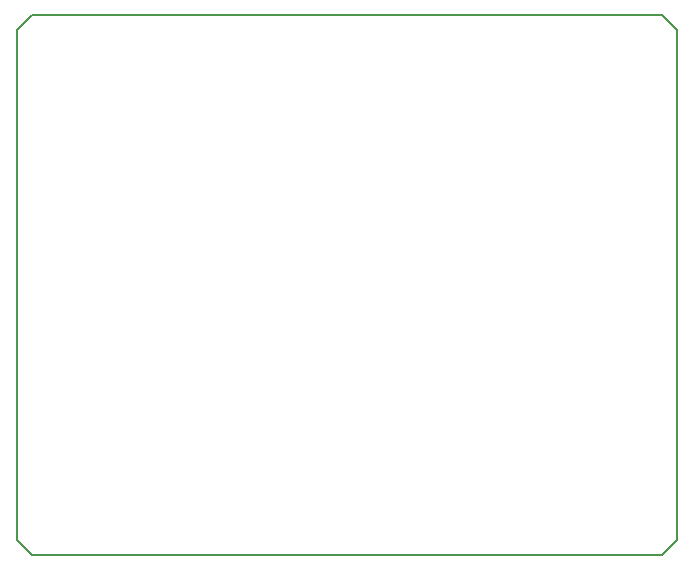
<source format=gm1>
G04 #@! TF.FileFunction,Profile,NP*
%FSLAX46Y46*%
G04 Gerber Fmt 4.6, Leading zero omitted, Abs format (unit mm)*
G04 Created by KiCad (PCBNEW 4.0.6) date 05/03/17 23:19:27*
%MOMM*%
%LPD*%
G01*
G04 APERTURE LIST*
%ADD10C,0.100000*%
%ADD11C,0.150000*%
G04 APERTURE END LIST*
D10*
D11*
X161290000Y-96520000D02*
X107950000Y-96520000D01*
X162560000Y-97790000D02*
X161290000Y-96520000D01*
X162560000Y-140970000D02*
X162560000Y-97790000D01*
X161290000Y-142240000D02*
X162560000Y-140970000D01*
X107950000Y-142240000D02*
X161290000Y-142240000D01*
X106680000Y-140970000D02*
X107950000Y-142240000D01*
X106680000Y-97790000D02*
X106680000Y-140970000D01*
X107950000Y-96520000D02*
X106680000Y-97790000D01*
M02*

</source>
